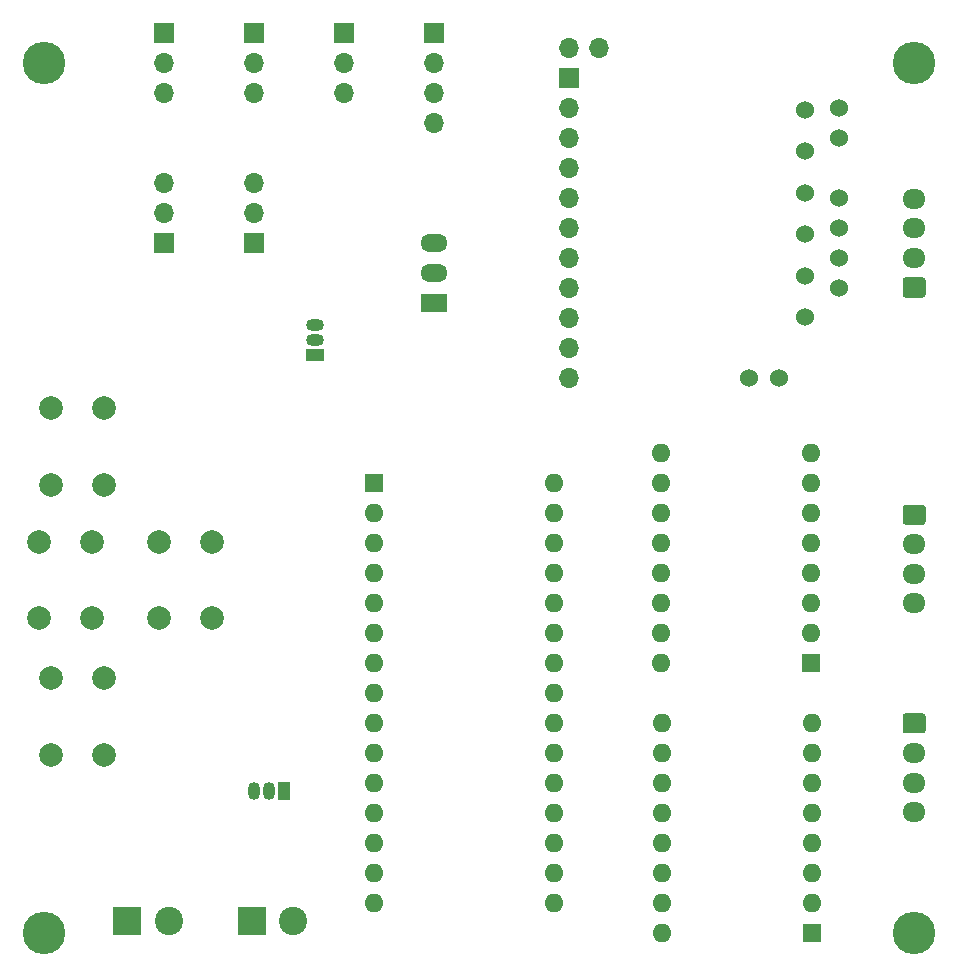
<source format=gbr>
%TF.GenerationSoftware,KiCad,Pcbnew,(5.1.9)-1*%
%TF.CreationDate,2021-11-28T22:55:22-05:00*%
%TF.ProjectId,FilamentFactoryBoard,46696c61-6d65-46e7-9446-6163746f7279,rev?*%
%TF.SameCoordinates,Original*%
%TF.FileFunction,Soldermask,Bot*%
%TF.FilePolarity,Negative*%
%FSLAX46Y46*%
G04 Gerber Fmt 4.6, Leading zero omitted, Abs format (unit mm)*
G04 Created by KiCad (PCBNEW (5.1.9)-1) date 2021-11-28 22:55:22*
%MOMM*%
%LPD*%
G01*
G04 APERTURE LIST*
%ADD10R,1.500000X1.050000*%
%ADD11O,1.500000X1.050000*%
%ADD12R,1.050000X1.500000*%
%ADD13O,1.050000X1.500000*%
%ADD14C,2.000000*%
%ADD15O,1.600000X1.600000*%
%ADD16R,1.600000X1.600000*%
%ADD17C,1.524000*%
%ADD18O,1.700000X1.700000*%
%ADD19R,1.700000X1.700000*%
%ADD20C,2.400000*%
%ADD21R,2.400000X2.400000*%
%ADD22O,1.950000X1.700000*%
%ADD23O,2.300000X1.500000*%
%ADD24R,2.300000X1.500000*%
%ADD25C,3.600000*%
G04 APERTURE END LIST*
D10*
%TO.C,Q2*%
X259181600Y-60248800D03*
D11*
X259181600Y-57708800D03*
X259181600Y-58978800D03*
%TD*%
D12*
%TO.C,Q1*%
X256489200Y-97129600D03*
D13*
X253949200Y-97129600D03*
X255219200Y-97129600D03*
%TD*%
D14*
%TO.C,SW2*%
X236800000Y-87630000D03*
X241300000Y-87630000D03*
X236800000Y-94130000D03*
X241300000Y-94130000D03*
%TD*%
D15*
%TO.C,A1*%
X279400000Y-106680000D03*
X264160000Y-106680000D03*
X279400000Y-71120000D03*
X264160000Y-104140000D03*
X279400000Y-73660000D03*
X264160000Y-101600000D03*
X279400000Y-76200000D03*
X264160000Y-99060000D03*
X279400000Y-78740000D03*
X264160000Y-96520000D03*
X279400000Y-81280000D03*
X264160000Y-93980000D03*
X279400000Y-83820000D03*
X264160000Y-91440000D03*
X279400000Y-86360000D03*
X264160000Y-88900000D03*
X279400000Y-88900000D03*
X264160000Y-86360000D03*
X279400000Y-91440000D03*
X264160000Y-83820000D03*
X279400000Y-93980000D03*
X264160000Y-81280000D03*
X279400000Y-96520000D03*
X264160000Y-78740000D03*
X279400000Y-99060000D03*
X264160000Y-76200000D03*
X279400000Y-101600000D03*
X264160000Y-73660000D03*
X279400000Y-104140000D03*
D16*
X264160000Y-71120000D03*
%TD*%
D17*
%TO.C,AMIS1*%
X300609000Y-39497000D03*
X300609000Y-42989500D03*
X300609000Y-46545500D03*
X300609000Y-50038000D03*
X300609000Y-53530500D03*
X300609000Y-57023000D03*
X295910000Y-62230000D03*
X298450000Y-62230000D03*
X303530000Y-39370000D03*
X303530000Y-41910000D03*
X303530000Y-46990000D03*
X303530000Y-49530000D03*
X303530000Y-52070000D03*
X303530000Y-54610000D03*
D18*
X283170000Y-34290000D03*
X280670000Y-39370000D03*
X280670000Y-62230000D03*
X280670000Y-59690000D03*
X280670000Y-57150000D03*
X280670000Y-54610000D03*
X280670000Y-52070000D03*
X280670000Y-49530000D03*
X280670000Y-46990000D03*
X280670000Y-44450000D03*
X280670000Y-41910000D03*
X280670000Y-34290000D03*
D19*
X280670000Y-36790000D03*
%TD*%
D20*
%TO.C,HeaterControl1*%
X246761000Y-108204000D03*
D21*
X243261000Y-108204000D03*
%TD*%
D22*
%TO.C,J5*%
X309880000Y-81280000D03*
X309880000Y-78780000D03*
X309880000Y-76280000D03*
G36*
G01*
X309155000Y-72930000D02*
X310605000Y-72930000D01*
G75*
G02*
X310855000Y-73180000I0J-250000D01*
G01*
X310855000Y-74380000D01*
G75*
G02*
X310605000Y-74630000I-250000J0D01*
G01*
X309155000Y-74630000D01*
G75*
G02*
X308905000Y-74380000I0J250000D01*
G01*
X308905000Y-73180000D01*
G75*
G02*
X309155000Y-72930000I250000J0D01*
G01*
G37*
%TD*%
D20*
%TO.C,24V_IN1*%
X257302000Y-108204000D03*
D21*
X253802000Y-108204000D03*
%TD*%
D22*
%TO.C,J2*%
X309880000Y-47030000D03*
X309880000Y-49530000D03*
X309880000Y-52030000D03*
G36*
G01*
X310605000Y-55380000D02*
X309155000Y-55380000D01*
G75*
G02*
X308905000Y-55130000I0J250000D01*
G01*
X308905000Y-53930000D01*
G75*
G02*
X309155000Y-53680000I250000J0D01*
G01*
X310605000Y-53680000D01*
G75*
G02*
X310855000Y-53930000I0J-250000D01*
G01*
X310855000Y-55130000D01*
G75*
G02*
X310605000Y-55380000I-250000J0D01*
G01*
G37*
%TD*%
D23*
%TO.C,U1*%
X269240000Y-50800000D03*
X269240000Y-53340000D03*
D24*
X269240000Y-55880000D03*
%TD*%
D14*
%TO.C,SW4*%
X236800000Y-64770000D03*
X241300000Y-64770000D03*
X236800000Y-71270000D03*
X241300000Y-71270000D03*
%TD*%
%TO.C,SW3*%
X235784000Y-76050000D03*
X240284000Y-76050000D03*
X235784000Y-82550000D03*
X240284000Y-82550000D03*
%TD*%
%TO.C,SW1*%
X245944000Y-76050000D03*
X250444000Y-76050000D03*
X245944000Y-82550000D03*
X250444000Y-82550000D03*
%TD*%
D18*
%TO.C,Thermistor1*%
X261620000Y-38100000D03*
X261620000Y-35560000D03*
D19*
X261620000Y-33020000D03*
%TD*%
D18*
%TO.C,ServoPWM1*%
X246380000Y-45720000D03*
X246380000Y-48260000D03*
D19*
X246380000Y-50800000D03*
%TD*%
D18*
%TO.C,POT_tensionSensor1*%
X254000000Y-38100000D03*
X254000000Y-35560000D03*
D19*
X254000000Y-33020000D03*
%TD*%
D18*
%TO.C,LCD_I2C1*%
X269240000Y-40640000D03*
X269240000Y-38100000D03*
X269240000Y-35560000D03*
D19*
X269240000Y-33020000D03*
%TD*%
D22*
%TO.C,J4*%
X309880000Y-98940000D03*
X309880000Y-96440000D03*
X309880000Y-93940000D03*
G36*
G01*
X309155000Y-90590000D02*
X310605000Y-90590000D01*
G75*
G02*
X310855000Y-90840000I0J-250000D01*
G01*
X310855000Y-92040000D01*
G75*
G02*
X310605000Y-92290000I-250000J0D01*
G01*
X309155000Y-92290000D01*
G75*
G02*
X308905000Y-92040000I0J250000D01*
G01*
X308905000Y-90840000D01*
G75*
G02*
X309155000Y-90590000I250000J0D01*
G01*
G37*
%TD*%
D25*
%TO.C,H4*%
X236220000Y-109220000D03*
%TD*%
%TO.C,H3*%
X309880000Y-109220000D03*
%TD*%
%TO.C,H2*%
X236220000Y-35560000D03*
%TD*%
%TO.C,H1*%
X309880000Y-35560000D03*
%TD*%
D18*
%TO.C,FanPWM1*%
X254000000Y-45720000D03*
X254000000Y-48260000D03*
D19*
X254000000Y-50800000D03*
%TD*%
D18*
%TO.C,conductivitySensor1*%
X246380000Y-38100000D03*
X246380000Y-35560000D03*
D19*
X246380000Y-33020000D03*
%TD*%
D15*
%TO.C,A3*%
X288461000Y-86339000D03*
X301161000Y-68559000D03*
X288461000Y-83799000D03*
X301161000Y-71099000D03*
X288461000Y-81259000D03*
X301161000Y-73639000D03*
X288461000Y-78719000D03*
X301161000Y-76179000D03*
X288461000Y-76179000D03*
X301161000Y-78719000D03*
X288461000Y-73639000D03*
X301161000Y-81259000D03*
X288461000Y-71099000D03*
X301161000Y-83799000D03*
X288461000Y-68559000D03*
D16*
X301161000Y-86339000D03*
%TD*%
D15*
%TO.C,A2*%
X288544000Y-109220000D03*
X301244000Y-91440000D03*
X288544000Y-106680000D03*
X301244000Y-93980000D03*
X288544000Y-104140000D03*
X301244000Y-96520000D03*
X288544000Y-101600000D03*
X301244000Y-99060000D03*
X288544000Y-99060000D03*
X301244000Y-101600000D03*
X288544000Y-96520000D03*
X301244000Y-104140000D03*
X288544000Y-93980000D03*
X301244000Y-106680000D03*
X288544000Y-91440000D03*
D16*
X301244000Y-109220000D03*
%TD*%
M02*

</source>
